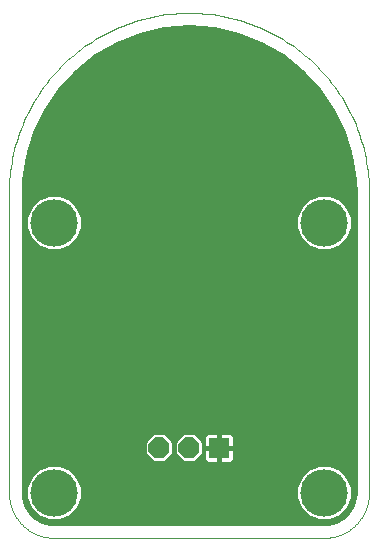
<source format=gbl>
G75*
%MOIN*%
%OFA0B0*%
%FSLAX25Y25*%
%IPPOS*%
%LPD*%
%AMOC8*
5,1,8,0,0,1.08239X$1,22.5*
%
%ADD10C,0.15811*%
%ADD11C,0.00000*%
%ADD12OC8,0.07000*%
%ADD13R,0.07000X0.07000*%
%ADD14C,0.01000*%
D10*
X0016500Y0019000D03*
X0016500Y0109000D03*
X0106500Y0109000D03*
X0106500Y0019000D03*
D11*
X0106500Y0004000D02*
X0106862Y0004004D01*
X0107225Y0004018D01*
X0107587Y0004039D01*
X0107948Y0004070D01*
X0108308Y0004109D01*
X0108667Y0004157D01*
X0109025Y0004214D01*
X0109382Y0004279D01*
X0109737Y0004353D01*
X0110090Y0004436D01*
X0110441Y0004527D01*
X0110789Y0004626D01*
X0111135Y0004734D01*
X0111479Y0004850D01*
X0111819Y0004975D01*
X0112156Y0005107D01*
X0112490Y0005248D01*
X0112821Y0005397D01*
X0113148Y0005554D01*
X0113471Y0005718D01*
X0113790Y0005890D01*
X0114104Y0006070D01*
X0114415Y0006258D01*
X0114720Y0006453D01*
X0115021Y0006655D01*
X0115317Y0006865D01*
X0115607Y0007081D01*
X0115893Y0007305D01*
X0116173Y0007535D01*
X0116447Y0007772D01*
X0116715Y0008016D01*
X0116978Y0008266D01*
X0117234Y0008522D01*
X0117484Y0008785D01*
X0117728Y0009053D01*
X0117965Y0009327D01*
X0118195Y0009607D01*
X0118419Y0009893D01*
X0118635Y0010183D01*
X0118845Y0010479D01*
X0119047Y0010780D01*
X0119242Y0011085D01*
X0119430Y0011396D01*
X0119610Y0011710D01*
X0119782Y0012029D01*
X0119946Y0012352D01*
X0120103Y0012679D01*
X0120252Y0013010D01*
X0120393Y0013344D01*
X0120525Y0013681D01*
X0120650Y0014021D01*
X0120766Y0014365D01*
X0120874Y0014711D01*
X0120973Y0015059D01*
X0121064Y0015410D01*
X0121147Y0015763D01*
X0121221Y0016118D01*
X0121286Y0016475D01*
X0121343Y0016833D01*
X0121391Y0017192D01*
X0121430Y0017552D01*
X0121461Y0017913D01*
X0121482Y0018275D01*
X0121496Y0018638D01*
X0121500Y0019000D01*
X0121500Y0119000D01*
X0121482Y0120461D01*
X0121429Y0121921D01*
X0121340Y0123380D01*
X0121216Y0124836D01*
X0121056Y0126288D01*
X0120861Y0127736D01*
X0120630Y0129179D01*
X0120365Y0130616D01*
X0120065Y0132046D01*
X0119730Y0133468D01*
X0119360Y0134882D01*
X0118956Y0136286D01*
X0118518Y0137680D01*
X0118046Y0139063D01*
X0117541Y0140434D01*
X0117002Y0141792D01*
X0116431Y0143137D01*
X0115827Y0144467D01*
X0115191Y0145783D01*
X0114523Y0147082D01*
X0113823Y0148365D01*
X0113092Y0149630D01*
X0112331Y0150878D01*
X0111540Y0152106D01*
X0110719Y0153315D01*
X0109869Y0154503D01*
X0108990Y0155670D01*
X0108083Y0156816D01*
X0107148Y0157939D01*
X0106186Y0159039D01*
X0105198Y0160115D01*
X0104184Y0161167D01*
X0103144Y0162194D01*
X0102080Y0163195D01*
X0100992Y0164171D01*
X0099880Y0165119D01*
X0098746Y0166040D01*
X0097589Y0166933D01*
X0096412Y0167797D01*
X0095213Y0168633D01*
X0093994Y0169439D01*
X0092756Y0170216D01*
X0091500Y0170962D01*
X0090226Y0171677D01*
X0088935Y0172361D01*
X0087627Y0173013D01*
X0086304Y0173633D01*
X0084966Y0174221D01*
X0083615Y0174776D01*
X0082250Y0175298D01*
X0080873Y0175786D01*
X0079484Y0176241D01*
X0078085Y0176662D01*
X0076676Y0177049D01*
X0075258Y0177401D01*
X0073832Y0177719D01*
X0072398Y0178002D01*
X0070958Y0178250D01*
X0069513Y0178463D01*
X0068062Y0178640D01*
X0066608Y0178782D01*
X0065151Y0178889D01*
X0063691Y0178960D01*
X0062231Y0178996D01*
X0060769Y0178996D01*
X0059309Y0178960D01*
X0057849Y0178889D01*
X0056392Y0178782D01*
X0054938Y0178640D01*
X0053487Y0178463D01*
X0052042Y0178250D01*
X0050602Y0178002D01*
X0049168Y0177719D01*
X0047742Y0177401D01*
X0046324Y0177049D01*
X0044915Y0176662D01*
X0043516Y0176241D01*
X0042127Y0175786D01*
X0040750Y0175298D01*
X0039385Y0174776D01*
X0038034Y0174221D01*
X0036696Y0173633D01*
X0035373Y0173013D01*
X0034065Y0172361D01*
X0032774Y0171677D01*
X0031500Y0170962D01*
X0030244Y0170216D01*
X0029006Y0169439D01*
X0027787Y0168633D01*
X0026588Y0167797D01*
X0025411Y0166933D01*
X0024254Y0166040D01*
X0023120Y0165119D01*
X0022008Y0164171D01*
X0020920Y0163195D01*
X0019856Y0162194D01*
X0018816Y0161167D01*
X0017802Y0160115D01*
X0016814Y0159039D01*
X0015852Y0157939D01*
X0014917Y0156816D01*
X0014010Y0155670D01*
X0013131Y0154503D01*
X0012281Y0153315D01*
X0011460Y0152106D01*
X0010669Y0150878D01*
X0009908Y0149630D01*
X0009177Y0148365D01*
X0008477Y0147082D01*
X0007809Y0145783D01*
X0007173Y0144467D01*
X0006569Y0143137D01*
X0005998Y0141792D01*
X0005459Y0140434D01*
X0004954Y0139063D01*
X0004482Y0137680D01*
X0004044Y0136286D01*
X0003640Y0134882D01*
X0003270Y0133468D01*
X0002935Y0132046D01*
X0002635Y0130616D01*
X0002370Y0129179D01*
X0002139Y0127736D01*
X0001944Y0126288D01*
X0001784Y0124836D01*
X0001660Y0123380D01*
X0001571Y0121921D01*
X0001518Y0120461D01*
X0001500Y0119000D01*
X0001500Y0019000D01*
X0001504Y0018638D01*
X0001518Y0018275D01*
X0001539Y0017913D01*
X0001570Y0017552D01*
X0001609Y0017192D01*
X0001657Y0016833D01*
X0001714Y0016475D01*
X0001779Y0016118D01*
X0001853Y0015763D01*
X0001936Y0015410D01*
X0002027Y0015059D01*
X0002126Y0014711D01*
X0002234Y0014365D01*
X0002350Y0014021D01*
X0002475Y0013681D01*
X0002607Y0013344D01*
X0002748Y0013010D01*
X0002897Y0012679D01*
X0003054Y0012352D01*
X0003218Y0012029D01*
X0003390Y0011710D01*
X0003570Y0011396D01*
X0003758Y0011085D01*
X0003953Y0010780D01*
X0004155Y0010479D01*
X0004365Y0010183D01*
X0004581Y0009893D01*
X0004805Y0009607D01*
X0005035Y0009327D01*
X0005272Y0009053D01*
X0005516Y0008785D01*
X0005766Y0008522D01*
X0006022Y0008266D01*
X0006285Y0008016D01*
X0006553Y0007772D01*
X0006827Y0007535D01*
X0007107Y0007305D01*
X0007393Y0007081D01*
X0007683Y0006865D01*
X0007979Y0006655D01*
X0008280Y0006453D01*
X0008585Y0006258D01*
X0008896Y0006070D01*
X0009210Y0005890D01*
X0009529Y0005718D01*
X0009852Y0005554D01*
X0010179Y0005397D01*
X0010510Y0005248D01*
X0010844Y0005107D01*
X0011181Y0004975D01*
X0011521Y0004850D01*
X0011865Y0004734D01*
X0012211Y0004626D01*
X0012559Y0004527D01*
X0012910Y0004436D01*
X0013263Y0004353D01*
X0013618Y0004279D01*
X0013975Y0004214D01*
X0014333Y0004157D01*
X0014692Y0004109D01*
X0015052Y0004070D01*
X0015413Y0004039D01*
X0015775Y0004018D01*
X0016138Y0004004D01*
X0016500Y0004000D01*
X0106500Y0004000D01*
D12*
X0061500Y0034000D03*
X0051500Y0034000D03*
D13*
X0071500Y0034000D03*
D14*
X0010108Y0010670D02*
X0008170Y0012608D01*
X0006799Y0014982D01*
X0006090Y0017629D01*
X0006000Y0019000D01*
X0006000Y0119000D01*
X0006155Y0123148D01*
X0007391Y0131350D01*
X0009836Y0139276D01*
X0013436Y0146750D01*
X0018108Y0153604D01*
X0023750Y0159684D01*
X0030236Y0164856D01*
X0037419Y0169004D01*
X0045141Y0172034D01*
X0053228Y0173880D01*
X0061500Y0174500D01*
X0069772Y0173880D01*
X0077859Y0172034D01*
X0085581Y0169004D01*
X0092764Y0164856D01*
X0099250Y0159684D01*
X0104892Y0153604D01*
X0109564Y0146750D01*
X0113163Y0139276D01*
X0115609Y0131350D01*
X0116845Y0123148D01*
X0117000Y0119000D01*
X0117000Y0019000D01*
X0116910Y0017629D01*
X0116201Y0014982D01*
X0114830Y0012608D01*
X0112892Y0010670D01*
X0110518Y0009299D01*
X0107871Y0008590D01*
X0106500Y0008500D01*
X0016500Y0008500D01*
X0015129Y0008590D01*
X0012482Y0009299D01*
X0010108Y0010670D01*
X0010425Y0010487D02*
X0012998Y0010487D01*
X0012155Y0009488D02*
X0110845Y0009488D01*
X0110002Y0010487D02*
X0112575Y0010487D01*
X0111714Y0011196D02*
X0114304Y0013785D01*
X0115705Y0017169D01*
X0115705Y0020831D01*
X0114304Y0024214D01*
X0111714Y0026804D01*
X0108331Y0028205D01*
X0104669Y0028205D01*
X0101285Y0026804D01*
X0098696Y0024214D01*
X0097294Y0020831D01*
X0097294Y0017169D01*
X0098696Y0013785D01*
X0101285Y0011196D01*
X0104669Y0009794D01*
X0108331Y0009794D01*
X0111714Y0011196D01*
X0112004Y0011485D02*
X0113707Y0011485D01*
X0113002Y0012484D02*
X0114706Y0012484D01*
X0115335Y0013482D02*
X0114001Y0013482D01*
X0114592Y0014481D02*
X0115911Y0014481D01*
X0116334Y0015479D02*
X0115006Y0015479D01*
X0115419Y0016478D02*
X0116602Y0016478D01*
X0116869Y0017476D02*
X0115705Y0017476D01*
X0115705Y0018475D02*
X0116966Y0018475D01*
X0117000Y0019473D02*
X0115705Y0019473D01*
X0115705Y0020472D02*
X0117000Y0020472D01*
X0117000Y0021470D02*
X0115441Y0021470D01*
X0115027Y0022469D02*
X0117000Y0022469D01*
X0117000Y0023467D02*
X0114614Y0023467D01*
X0114053Y0024466D02*
X0117000Y0024466D01*
X0117000Y0025464D02*
X0113054Y0025464D01*
X0112056Y0026463D02*
X0117000Y0026463D01*
X0117000Y0027461D02*
X0110128Y0027461D01*
X0117000Y0028460D02*
X0006000Y0028460D01*
X0006000Y0029458D02*
X0049253Y0029458D01*
X0049512Y0029200D02*
X0053488Y0029200D01*
X0056300Y0032012D01*
X0056300Y0035988D01*
X0053488Y0038800D01*
X0049512Y0038800D01*
X0046700Y0035988D01*
X0046700Y0032012D01*
X0049512Y0029200D01*
X0048255Y0030457D02*
X0006000Y0030457D01*
X0006000Y0031455D02*
X0047256Y0031455D01*
X0046700Y0032454D02*
X0006000Y0032454D01*
X0006000Y0033452D02*
X0046700Y0033452D01*
X0046700Y0034451D02*
X0006000Y0034451D01*
X0006000Y0035449D02*
X0046700Y0035449D01*
X0047160Y0036448D02*
X0006000Y0036448D01*
X0006000Y0037446D02*
X0048158Y0037446D01*
X0049157Y0038445D02*
X0006000Y0038445D01*
X0006000Y0039443D02*
X0117000Y0039443D01*
X0117000Y0038445D02*
X0076176Y0038445D01*
X0076200Y0038421D02*
X0075921Y0038700D01*
X0075579Y0038898D01*
X0075197Y0039000D01*
X0071886Y0039000D01*
X0071886Y0034386D01*
X0076500Y0034386D01*
X0076500Y0037697D01*
X0076398Y0038079D01*
X0076200Y0038421D01*
X0076500Y0037446D02*
X0117000Y0037446D01*
X0117000Y0036448D02*
X0076500Y0036448D01*
X0076500Y0035449D02*
X0117000Y0035449D01*
X0117000Y0034451D02*
X0076500Y0034451D01*
X0076500Y0033614D02*
X0071886Y0033614D01*
X0071886Y0034386D01*
X0071114Y0034386D01*
X0071114Y0039000D01*
X0067803Y0039000D01*
X0067421Y0038898D01*
X0067079Y0038700D01*
X0066800Y0038421D01*
X0066602Y0038079D01*
X0066500Y0037697D01*
X0066500Y0034386D01*
X0071114Y0034386D01*
X0071114Y0033614D01*
X0071886Y0033614D01*
X0071886Y0029000D01*
X0075197Y0029000D01*
X0075579Y0029102D01*
X0075921Y0029300D01*
X0076200Y0029579D01*
X0076398Y0029921D01*
X0076500Y0030303D01*
X0076500Y0033614D01*
X0076500Y0033452D02*
X0117000Y0033452D01*
X0117000Y0032454D02*
X0076500Y0032454D01*
X0076500Y0031455D02*
X0117000Y0031455D01*
X0117000Y0030457D02*
X0076500Y0030457D01*
X0076080Y0029458D02*
X0117000Y0029458D01*
X0117000Y0040442D02*
X0006000Y0040442D01*
X0006000Y0041440D02*
X0117000Y0041440D01*
X0117000Y0042439D02*
X0006000Y0042439D01*
X0006000Y0043437D02*
X0117000Y0043437D01*
X0117000Y0044436D02*
X0006000Y0044436D01*
X0006000Y0045434D02*
X0117000Y0045434D01*
X0117000Y0046433D02*
X0006000Y0046433D01*
X0006000Y0047432D02*
X0117000Y0047432D01*
X0117000Y0048430D02*
X0006000Y0048430D01*
X0006000Y0049429D02*
X0117000Y0049429D01*
X0117000Y0050427D02*
X0006000Y0050427D01*
X0006000Y0051426D02*
X0117000Y0051426D01*
X0117000Y0052424D02*
X0006000Y0052424D01*
X0006000Y0053423D02*
X0117000Y0053423D01*
X0117000Y0054421D02*
X0006000Y0054421D01*
X0006000Y0055420D02*
X0117000Y0055420D01*
X0117000Y0056418D02*
X0006000Y0056418D01*
X0006000Y0057417D02*
X0117000Y0057417D01*
X0117000Y0058415D02*
X0006000Y0058415D01*
X0006000Y0059414D02*
X0117000Y0059414D01*
X0117000Y0060412D02*
X0006000Y0060412D01*
X0006000Y0061411D02*
X0117000Y0061411D01*
X0117000Y0062409D02*
X0006000Y0062409D01*
X0006000Y0063408D02*
X0117000Y0063408D01*
X0117000Y0064406D02*
X0006000Y0064406D01*
X0006000Y0065405D02*
X0117000Y0065405D01*
X0117000Y0066403D02*
X0006000Y0066403D01*
X0006000Y0067402D02*
X0117000Y0067402D01*
X0117000Y0068400D02*
X0006000Y0068400D01*
X0006000Y0069399D02*
X0117000Y0069399D01*
X0117000Y0070397D02*
X0006000Y0070397D01*
X0006000Y0071396D02*
X0117000Y0071396D01*
X0117000Y0072394D02*
X0006000Y0072394D01*
X0006000Y0073393D02*
X0117000Y0073393D01*
X0117000Y0074391D02*
X0006000Y0074391D01*
X0006000Y0075390D02*
X0117000Y0075390D01*
X0117000Y0076388D02*
X0006000Y0076388D01*
X0006000Y0077387D02*
X0117000Y0077387D01*
X0117000Y0078385D02*
X0006000Y0078385D01*
X0006000Y0079384D02*
X0117000Y0079384D01*
X0117000Y0080382D02*
X0006000Y0080382D01*
X0006000Y0081381D02*
X0117000Y0081381D01*
X0117000Y0082379D02*
X0006000Y0082379D01*
X0006000Y0083378D02*
X0117000Y0083378D01*
X0117000Y0084376D02*
X0006000Y0084376D01*
X0006000Y0085375D02*
X0117000Y0085375D01*
X0117000Y0086373D02*
X0006000Y0086373D01*
X0006000Y0087372D02*
X0117000Y0087372D01*
X0117000Y0088370D02*
X0006000Y0088370D01*
X0006000Y0089369D02*
X0117000Y0089369D01*
X0117000Y0090368D02*
X0006000Y0090368D01*
X0006000Y0091366D02*
X0117000Y0091366D01*
X0117000Y0092365D02*
X0006000Y0092365D01*
X0006000Y0093363D02*
X0117000Y0093363D01*
X0117000Y0094362D02*
X0006000Y0094362D01*
X0006000Y0095360D02*
X0117000Y0095360D01*
X0117000Y0096359D02*
X0006000Y0096359D01*
X0006000Y0097357D02*
X0117000Y0097357D01*
X0117000Y0098356D02*
X0006000Y0098356D01*
X0006000Y0099354D02*
X0117000Y0099354D01*
X0117000Y0100353D02*
X0109679Y0100353D01*
X0108331Y0099794D02*
X0111714Y0101196D01*
X0114304Y0103785D01*
X0115705Y0107169D01*
X0115705Y0110831D01*
X0114304Y0114214D01*
X0111714Y0116804D01*
X0108331Y0118205D01*
X0104669Y0118205D01*
X0101285Y0116804D01*
X0098696Y0114214D01*
X0097294Y0110831D01*
X0097294Y0107169D01*
X0098696Y0103785D01*
X0101285Y0101196D01*
X0104669Y0099794D01*
X0108331Y0099794D01*
X0111870Y0101351D02*
X0117000Y0101351D01*
X0117000Y0102350D02*
X0112868Y0102350D01*
X0113867Y0103348D02*
X0117000Y0103348D01*
X0117000Y0104347D02*
X0114536Y0104347D01*
X0114950Y0105345D02*
X0117000Y0105345D01*
X0117000Y0106344D02*
X0115364Y0106344D01*
X0115705Y0107342D02*
X0117000Y0107342D01*
X0117000Y0108341D02*
X0115705Y0108341D01*
X0115705Y0109339D02*
X0117000Y0109339D01*
X0117000Y0110338D02*
X0115705Y0110338D01*
X0115496Y0111336D02*
X0117000Y0111336D01*
X0117000Y0112335D02*
X0115083Y0112335D01*
X0114669Y0113333D02*
X0117000Y0113333D01*
X0117000Y0114332D02*
X0114187Y0114332D01*
X0113188Y0115330D02*
X0117000Y0115330D01*
X0117000Y0116329D02*
X0112190Y0116329D01*
X0110451Y0117327D02*
X0117000Y0117327D01*
X0117000Y0118326D02*
X0006000Y0118326D01*
X0006012Y0119324D02*
X0116988Y0119324D01*
X0116950Y0120323D02*
X0006049Y0120323D01*
X0006087Y0121321D02*
X0116913Y0121321D01*
X0116876Y0122320D02*
X0006124Y0122320D01*
X0006181Y0123318D02*
X0116819Y0123318D01*
X0116669Y0124317D02*
X0006331Y0124317D01*
X0006482Y0125315D02*
X0116518Y0125315D01*
X0116368Y0126314D02*
X0006632Y0126314D01*
X0006783Y0127312D02*
X0116217Y0127312D01*
X0116067Y0128311D02*
X0006933Y0128311D01*
X0007084Y0129309D02*
X0115916Y0129309D01*
X0115766Y0130308D02*
X0007234Y0130308D01*
X0007385Y0131306D02*
X0115615Y0131306D01*
X0115314Y0132305D02*
X0007686Y0132305D01*
X0007994Y0133303D02*
X0115006Y0133303D01*
X0114698Y0134302D02*
X0008302Y0134302D01*
X0008610Y0135301D02*
X0114390Y0135301D01*
X0114082Y0136299D02*
X0008918Y0136299D01*
X0009226Y0137298D02*
X0113774Y0137298D01*
X0113466Y0138296D02*
X0009534Y0138296D01*
X0009845Y0139295D02*
X0113155Y0139295D01*
X0112674Y0140293D02*
X0010326Y0140293D01*
X0010807Y0141292D02*
X0112193Y0141292D01*
X0111712Y0142290D02*
X0011288Y0142290D01*
X0011769Y0143289D02*
X0111231Y0143289D01*
X0110750Y0144287D02*
X0012250Y0144287D01*
X0012730Y0145286D02*
X0110270Y0145286D01*
X0109789Y0146284D02*
X0013211Y0146284D01*
X0013799Y0147283D02*
X0109201Y0147283D01*
X0108520Y0148281D02*
X0014480Y0148281D01*
X0015160Y0149280D02*
X0107840Y0149280D01*
X0107159Y0150278D02*
X0015841Y0150278D01*
X0016522Y0151277D02*
X0106478Y0151277D01*
X0105797Y0152275D02*
X0017203Y0152275D01*
X0017883Y0153274D02*
X0105117Y0153274D01*
X0104271Y0154272D02*
X0018729Y0154272D01*
X0019655Y0155271D02*
X0103345Y0155271D01*
X0102418Y0156269D02*
X0020582Y0156269D01*
X0021508Y0157268D02*
X0101492Y0157268D01*
X0100565Y0158266D02*
X0022435Y0158266D01*
X0023361Y0159265D02*
X0099639Y0159265D01*
X0098524Y0160263D02*
X0024476Y0160263D01*
X0025728Y0161262D02*
X0097272Y0161262D01*
X0096019Y0162260D02*
X0026981Y0162260D01*
X0028233Y0163259D02*
X0094767Y0163259D01*
X0093515Y0164257D02*
X0029485Y0164257D01*
X0030928Y0165256D02*
X0092072Y0165256D01*
X0090343Y0166254D02*
X0032657Y0166254D01*
X0034387Y0167253D02*
X0088613Y0167253D01*
X0086884Y0168251D02*
X0036116Y0168251D01*
X0038047Y0169250D02*
X0084953Y0169250D01*
X0082409Y0170248D02*
X0040591Y0170248D01*
X0043135Y0171247D02*
X0079865Y0171247D01*
X0076934Y0172245D02*
X0046066Y0172245D01*
X0050441Y0173244D02*
X0072559Y0173244D01*
X0064937Y0174242D02*
X0058063Y0174242D01*
X0020451Y0117327D02*
X0102549Y0117327D01*
X0100810Y0116329D02*
X0022190Y0116329D01*
X0021714Y0116804D02*
X0024304Y0114214D01*
X0025705Y0110831D01*
X0025705Y0107169D01*
X0024304Y0103785D01*
X0021714Y0101196D01*
X0018331Y0099794D01*
X0014669Y0099794D01*
X0011285Y0101196D01*
X0008696Y0103785D01*
X0007294Y0107169D01*
X0007294Y0110831D01*
X0008696Y0114214D01*
X0011285Y0116804D01*
X0014669Y0118205D01*
X0018331Y0118205D01*
X0021714Y0116804D01*
X0023188Y0115330D02*
X0099812Y0115330D01*
X0098813Y0114332D02*
X0024187Y0114332D01*
X0024669Y0113333D02*
X0098331Y0113333D01*
X0097917Y0112335D02*
X0025083Y0112335D01*
X0025496Y0111336D02*
X0097504Y0111336D01*
X0097294Y0110338D02*
X0025705Y0110338D01*
X0025705Y0109339D02*
X0097294Y0109339D01*
X0097294Y0108341D02*
X0025705Y0108341D01*
X0025705Y0107342D02*
X0097294Y0107342D01*
X0097636Y0106344D02*
X0025364Y0106344D01*
X0024950Y0105345D02*
X0098050Y0105345D01*
X0098463Y0104347D02*
X0024536Y0104347D01*
X0023867Y0103348D02*
X0099133Y0103348D01*
X0100132Y0102350D02*
X0022868Y0102350D01*
X0021870Y0101351D02*
X0101130Y0101351D01*
X0103321Y0100353D02*
X0019679Y0100353D01*
X0013321Y0100353D02*
X0006000Y0100353D01*
X0006000Y0101351D02*
X0011130Y0101351D01*
X0010132Y0102350D02*
X0006000Y0102350D01*
X0006000Y0103348D02*
X0009133Y0103348D01*
X0008463Y0104347D02*
X0006000Y0104347D01*
X0006000Y0105345D02*
X0008050Y0105345D01*
X0007636Y0106344D02*
X0006000Y0106344D01*
X0006000Y0107342D02*
X0007294Y0107342D01*
X0007294Y0108341D02*
X0006000Y0108341D01*
X0006000Y0109339D02*
X0007294Y0109339D01*
X0007294Y0110338D02*
X0006000Y0110338D01*
X0006000Y0111336D02*
X0007504Y0111336D01*
X0007917Y0112335D02*
X0006000Y0112335D01*
X0006000Y0113333D02*
X0008331Y0113333D01*
X0008813Y0114332D02*
X0006000Y0114332D01*
X0006000Y0115330D02*
X0009812Y0115330D01*
X0010810Y0116329D02*
X0006000Y0116329D01*
X0006000Y0117327D02*
X0012549Y0117327D01*
X0053843Y0038445D02*
X0059157Y0038445D01*
X0059512Y0038800D02*
X0056700Y0035988D01*
X0056700Y0032012D01*
X0059512Y0029200D01*
X0063488Y0029200D01*
X0066300Y0032012D01*
X0066300Y0035988D01*
X0063488Y0038800D01*
X0059512Y0038800D01*
X0058158Y0037446D02*
X0054842Y0037446D01*
X0055840Y0036448D02*
X0057160Y0036448D01*
X0056700Y0035449D02*
X0056300Y0035449D01*
X0056300Y0034451D02*
X0056700Y0034451D01*
X0056700Y0033452D02*
X0056300Y0033452D01*
X0056300Y0032454D02*
X0056700Y0032454D01*
X0057256Y0031455D02*
X0055744Y0031455D01*
X0054745Y0030457D02*
X0058255Y0030457D01*
X0059253Y0029458D02*
X0053747Y0029458D01*
X0063747Y0029458D02*
X0066920Y0029458D01*
X0066800Y0029579D02*
X0067079Y0029300D01*
X0067421Y0029102D01*
X0067803Y0029000D01*
X0071114Y0029000D01*
X0071114Y0033614D01*
X0066500Y0033614D01*
X0066500Y0030303D01*
X0066602Y0029921D01*
X0066800Y0029579D01*
X0066500Y0030457D02*
X0064745Y0030457D01*
X0065744Y0031455D02*
X0066500Y0031455D01*
X0066500Y0032454D02*
X0066300Y0032454D01*
X0066300Y0033452D02*
X0066500Y0033452D01*
X0066500Y0034451D02*
X0066300Y0034451D01*
X0066300Y0035449D02*
X0066500Y0035449D01*
X0066500Y0036448D02*
X0065840Y0036448D01*
X0066500Y0037446D02*
X0064842Y0037446D01*
X0063843Y0038445D02*
X0066824Y0038445D01*
X0071114Y0038445D02*
X0071886Y0038445D01*
X0071886Y0037446D02*
X0071114Y0037446D01*
X0071114Y0036448D02*
X0071886Y0036448D01*
X0071886Y0035449D02*
X0071114Y0035449D01*
X0071114Y0034451D02*
X0071886Y0034451D01*
X0071886Y0033452D02*
X0071114Y0033452D01*
X0071114Y0032454D02*
X0071886Y0032454D01*
X0071886Y0031455D02*
X0071114Y0031455D01*
X0071114Y0030457D02*
X0071886Y0030457D01*
X0071886Y0029458D02*
X0071114Y0029458D01*
X0097559Y0021470D02*
X0025441Y0021470D01*
X0025705Y0020831D02*
X0024304Y0024214D01*
X0021714Y0026804D01*
X0018331Y0028205D01*
X0014669Y0028205D01*
X0011285Y0026804D01*
X0008696Y0024214D01*
X0007294Y0020831D01*
X0007294Y0017169D01*
X0008696Y0013785D01*
X0011285Y0011196D01*
X0014669Y0009794D01*
X0018331Y0009794D01*
X0021714Y0011196D01*
X0024304Y0013785D01*
X0025705Y0017169D01*
X0025705Y0020831D01*
X0025705Y0020472D02*
X0097294Y0020472D01*
X0097294Y0019473D02*
X0025705Y0019473D01*
X0025705Y0018475D02*
X0097294Y0018475D01*
X0097294Y0017476D02*
X0025705Y0017476D01*
X0025419Y0016478D02*
X0097581Y0016478D01*
X0097994Y0015479D02*
X0025006Y0015479D01*
X0024592Y0014481D02*
X0098408Y0014481D01*
X0098999Y0013482D02*
X0024001Y0013482D01*
X0023002Y0012484D02*
X0099998Y0012484D01*
X0100996Y0011485D02*
X0022004Y0011485D01*
X0020002Y0010487D02*
X0102998Y0010487D01*
X0097973Y0022469D02*
X0025027Y0022469D01*
X0024614Y0023467D02*
X0098386Y0023467D01*
X0098947Y0024466D02*
X0024053Y0024466D01*
X0023054Y0025464D02*
X0099946Y0025464D01*
X0100944Y0026463D02*
X0022056Y0026463D01*
X0020128Y0027461D02*
X0102872Y0027461D01*
X0012872Y0027461D02*
X0006000Y0027461D01*
X0006000Y0026463D02*
X0010944Y0026463D01*
X0009946Y0025464D02*
X0006000Y0025464D01*
X0006000Y0024466D02*
X0008947Y0024466D01*
X0008386Y0023467D02*
X0006000Y0023467D01*
X0006000Y0022469D02*
X0007973Y0022469D01*
X0007559Y0021470D02*
X0006000Y0021470D01*
X0006000Y0020472D02*
X0007294Y0020472D01*
X0007294Y0019473D02*
X0006000Y0019473D01*
X0006034Y0018475D02*
X0007294Y0018475D01*
X0007294Y0017476D02*
X0006131Y0017476D01*
X0006398Y0016478D02*
X0007581Y0016478D01*
X0007994Y0015479D02*
X0006666Y0015479D01*
X0007089Y0014481D02*
X0008408Y0014481D01*
X0008999Y0013482D02*
X0007665Y0013482D01*
X0008294Y0012484D02*
X0009998Y0012484D01*
X0009293Y0011485D02*
X0010996Y0011485D01*
M02*

</source>
